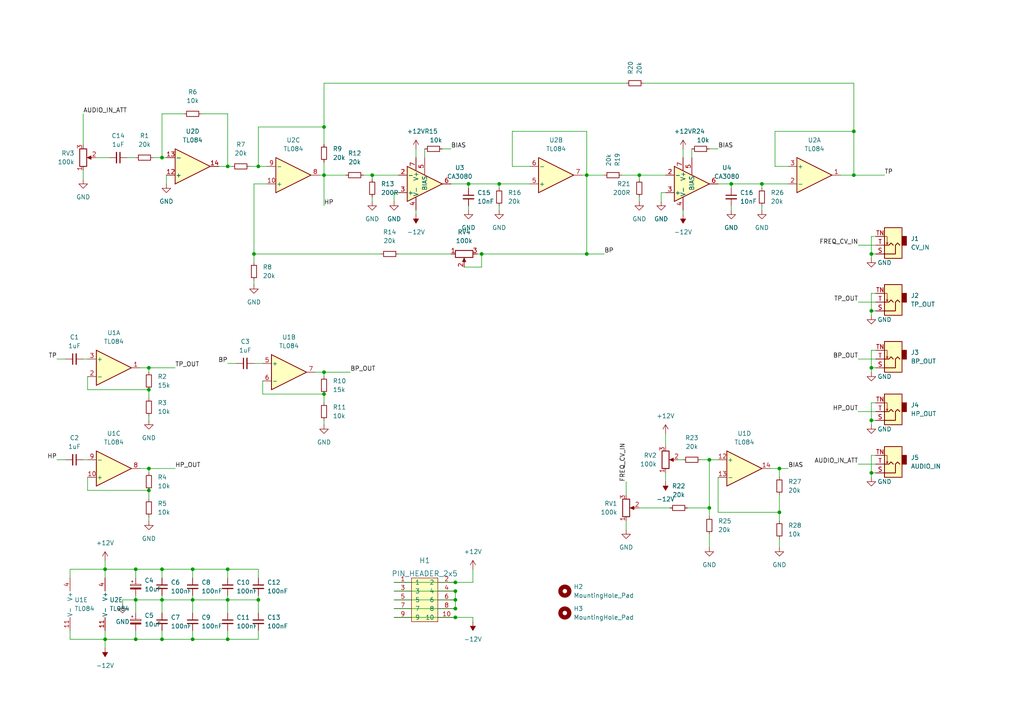
<source format=kicad_sch>
(kicad_sch (version 20211123) (generator eeschema)
  (paper "A4")
  (title_block (title "Voltage Controlled State Variable Filter") (date "2022-05-14") (rev "0.1") (company "Audioschaltungstechnik - BHT Berlin"))
  (lib_symbols
    (symbol "Amplifier_Operational:CA3080" (pin_names (offset 0.127))
      (property "Reference" "U" (at 1.27 3.81 0))
      (property "Value" "CA3080" (at 1.27 -3.81 0))
      (symbol "CA3080_0_1"
        (polyline (pts (xy 5.08 0) (xy -5.08 -5.08) (xy -5.08 5.08) (xy 5.08 0)) (stroke (width 0.254)) (fill (type background)))
      )
      (symbol "CA3080_1_1"
        (pin no_connect line (at -2.54 2.54 270) (length 2.54) hide (name "NC") (number "1"))
        (pin input line (at -7.62 2.54 0) (length 2.54) (name "-") (number "2"))
        (pin input line (at -7.62 -2.54 0) (length 2.54) (name "+") (number "3"))
        (pin power_in line (at -2.54 -7.62 90) (length 3.81) (name "V-") (number "4"))
        (pin passive line (at 0 7.62 270) (length 5.08) (name "BIAS") (number "5"))
        (pin output line (at 7.62 0 180) (length 2.54) (name "~") (number "6"))
        (pin power_in line (at -2.54 7.62 270) (length 3.81) (name "V+") (number "7"))
        (pin no_connect line (at 0 2.54 270) (length 2.54) hide (name "NC") (number "8"))
      )
    )
    (symbol "Amplifier_Operational:TL084" (pin_names (offset 0.127))
      (property "Reference" "U" (at 0 5.08 0))
      (property "Value" "TL084" (at 0 -5.08 0))
      (symbol "TL084_1_1"
        (polyline (pts (xy -5.08 5.08) (xy 5.08 0) (xy -5.08 -5.08) (xy -5.08 5.08)) (stroke (width 0.254)) (fill (type background)))
        (pin output line (at 7.62 0 180) (length 2.54) (name "~") (number "1"))
        (pin input line (at -7.62 -2.54 0) (length 2.54) (name "-") (number "2"))
        (pin input line (at -7.62 2.54 0) (length 2.54) (name "+") (number "3"))
      )
      (symbol "TL084_2_1"
        (polyline (pts (xy -5.08 5.08) (xy 5.08 0) (xy -5.08 -5.08) (xy -5.08 5.08)) (stroke (width 0.254)) (fill (type background)))
        (pin input line (at -7.62 2.54 0) (length 2.54) (name "+") (number "5"))
        (pin input line (at -7.62 -2.54 0) (length 2.54) (name "-") (number "6"))
        (pin output line (at 7.62 0 180) (length 2.54) (name "~") (number "7"))
      )
      (symbol "TL084_3_1"
        (polyline (pts (xy -5.08 5.08) (xy 5.08 0) (xy -5.08 -5.08) (xy -5.08 5.08)) (stroke (width 0.254)) (fill (type background)))
        (pin input line (at -7.62 2.54 0) (length 2.54) (name "+") (number "10"))
        (pin output line (at 7.62 0 180) (length 2.54) (name "~") (number "8"))
        (pin input line (at -7.62 -2.54 0) (length 2.54) (name "-") (number "9"))
      )
      (symbol "TL084_4_1"
        (polyline (pts (xy -5.08 5.08) (xy 5.08 0) (xy -5.08 -5.08) (xy -5.08 5.08)) (stroke (width 0.254)) (fill (type background)))
        (pin input line (at -7.62 2.54 0) (length 2.54) (name "+") (number "12"))
        (pin input line (at -7.62 -2.54 0) (length 2.54) (name "-") (number "13"))
        (pin output line (at 7.62 0 180) (length 2.54) (name "~") (number "14"))
      )
      (symbol "TL084_5_1"
        (pin power_in line (at -2.54 -7.62 90) (length 3.81) (name "V-") (number "11"))
        (pin power_in line (at -2.54 7.62 270) (length 3.81) (name "V+") (number "4"))
      )
    )
    (symbol "Connector:AudioJack2_SwitchT"
      (property "Reference" "J" (at 0 8.89 0))
      (property "Value" "AudioJack2_SwitchT" (at 0 6.35 0))
      (symbol "AudioJack2_SwitchT_0_1"
        (rectangle (start -2.54 0) (end -3.81 -2.54) (stroke (width 0.254)) (fill (type outline)))
        (polyline (pts (xy 1.778 -0.254) (xy 2.032 -0.762)))
        (polyline (pts (xy 0 0) (xy 0.635 -0.635) (xy 1.27 0) (xy 2.54 0)) (stroke (width 0.254)))
        (polyline (pts (xy 2.54 -2.54) (xy 1.778 -2.54) (xy 1.778 -0.254) (xy 1.524 -0.762)))
        (polyline (pts (xy 2.54 2.54) (xy -0.635 2.54) (xy -0.635 0) (xy -1.27 -0.635) (xy -1.905 0)) (stroke (width 0.254)))
        (rectangle (start 2.54 3.81) (end -2.54 -5.08) (stroke (width 0.254)) (fill (type background)))
      )
      (symbol "AudioJack2_SwitchT_1_1"
        (pin passive line (at 5.08 2.54 180) (length 2.54) (name "~") (number "S"))
        (pin passive line (at 5.08 0 180) (length 2.54) (name "~") (number "T"))
        (pin passive line (at 5.08 -2.54 180) (length 2.54) (name "~") (number "TN"))
      )
    )
    (symbol "Device:C_Polarized_Small" (pin_numbers hide) (pin_names (offset 0.254) hide)
      (property "Reference" "C" (at 0.254 1.778 0))
      (property "Value" "C_Polarized_Small" (at 0.254 -2.032 0))
      (symbol "C_Polarized_Small_0_1"
        (rectangle (start -1.524 -0.3048) (end 1.524 -0.6858) (fill (type outline)))
        (rectangle (start -1.524 0.6858) (end 1.524 0.3048))
        (polyline (pts (xy -1.27 1.524) (xy -0.762 1.524)))
        (polyline (pts (xy -1.016 1.27) (xy -1.016 1.778)))
      )
      (symbol "C_Polarized_Small_1_1"
        (pin passive line (at 0 2.54 270) (length 1.8542) (name "~") (number "1"))
        (pin passive line (at 0 -2.54 90) (length 1.8542) (name "~") (number "2"))
      )
    )
    (symbol "Device:C_Small" (pin_numbers hide) (pin_names (offset 0.254) hide)
      (property "Reference" "C" (at 0.254 1.778 0))
      (property "Value" "C_Small" (at 0.254 -2.032 0))
      (symbol "C_Small_0_1"
        (polyline (pts (xy -1.524 -0.508) (xy 1.524 -0.508)) (stroke (width 0.3302)))
        (polyline (pts (xy -1.524 0.508) (xy 1.524 0.508)) (stroke (width 0.3048)))
      )
      (symbol "C_Small_1_1"
        (pin passive line (at 0 2.54 270) (length 2.032) (name "~") (number "1"))
        (pin passive line (at 0 -2.54 90) (length 2.032) (name "~") (number "2"))
      )
    )
    (symbol "Device:R_Potentiometer" (pin_names (offset 1.016) hide)
      (property "Reference" "RV" (at -4.445 0 90))
      (property "Value" "R_Potentiometer" (at -2.54 0 90))
      (symbol "R_Potentiometer_0_1"
        (polyline (pts (xy 2.54 0) (xy 1.524 0)))
        (polyline (pts (xy 1.143 0) (xy 2.286 0.508) (xy 2.286 -0.508) (xy 1.143 0)) (fill (type outline)))
        (rectangle (start 1.016 2.54) (end -1.016 -2.54) (stroke (width 0.254)))
      )
      (symbol "R_Potentiometer_1_1"
        (pin passive line (at 0 3.81 270) (length 1.27) (name "1") (number "1"))
        (pin passive line (at 3.81 0 180) (length 1.27) (name "2") (number "2"))
        (pin passive line (at 0 -3.81 90) (length 1.27) (name "3") (number "3"))
      )
    )
    (symbol "Device:R_Small" (pin_numbers hide) (pin_names (offset 0.254) hide)
      (property "Reference" "R" (at 0.762 0.508 0))
      (property "Value" "R_Small" (at 0.762 -1.016 0))
      (symbol "R_Small_0_1"
        (rectangle (start -0.762 1.778) (end 0.762 -1.778) (stroke (width 0.2032)))
      )
      (symbol "R_Small_1_1"
        (pin passive line (at 0 2.54 270) (length 0.762) (name "~") (number "1"))
        (pin passive line (at 0 -2.54 90) (length 0.762) (name "~") (number "2"))
      )
    )
    (symbol "Mechanical:MountingHole" (pin_names (offset 1.016))
      (property "Reference" "H" (at 0 5.08 0))
      (property "Value" "MountingHole" (at 0 3.175 0))
      (symbol "MountingHole_0_1"
        (circle (center 0 0) (radius 1.27) (stroke (width 1.27)))
      )
    )
    (symbol "eurocad:PIN_HEADER_2x5" (pin_names (offset 1.016))
      (property "Reference" "H" (at 0 -7.62 0))
      (property "Value" "PIN_HEADER_2x5" (at 0 7.62 0))
      (symbol "PIN_HEADER_2x5_0_1"
        (rectangle (start -3.81 6.35) (end 3.81 -6.35) (fill (type background)))
      )
      (symbol "PIN_HEADER_2x5_1_1"
        (pin bidirectional line (at -8.89 5.08 0) (length 5.08) (name "1") (number "1"))
        (pin bidirectional line (at 8.89 -5.08 180) (length 5.08) (name "10") (number "10"))
        (pin bidirectional line (at 8.89 5.08 180) (length 5.08) (name "2") (number "2"))
        (pin bidirectional line (at -8.89 2.54 0) (length 5.08) (name "3") (number "3"))
        (pin bidirectional line (at 8.89 2.54 180) (length 5.08) (name "4") (number "4"))
        (pin bidirectional line (at -8.89 0 0) (length 5.08) (name "5") (number "5"))
        (pin bidirectional line (at 8.89 0 180) (length 5.08) (name "6") (number "6"))
        (pin bidirectional line (at -8.89 -2.54 0) (length 5.08) (name "7") (number "7"))
        (pin bidirectional line (at 8.89 -2.54 180) (length 5.08) (name "8") (number "8"))
        (pin bidirectional line (at -8.89 -5.08 0) (length 5.08) (name "9") (number "9"))
      )
    )
    (symbol "power:+12V" (power) (pin_names (offset 0))
      (property "Value" "+12V" (at 0 3.556 0))
      (symbol "+12V_0_1"
        (polyline (pts (xy -0.762 1.27) (xy 0 2.54)))
        (polyline (pts (xy 0 0) (xy 0 2.54)))
        (polyline (pts (xy 0 2.54) (xy 0.762 1.27)))
      )
      (symbol "+12V_1_1"
        (pin power_in line (at 0 0 90) (length 0) hide (name "+12V") (number "1"))
      )
    )
    (symbol "power:-12V" (power) (pin_names (offset 0))
      (property "Value" "-12V" (at 0 3.81 0))
      (symbol "-12V_0_0"
        (pin power_in line (at 0 0 90) (length 0) hide (name "-12V") (number "1"))
      )
      (symbol "-12V_0_1"
        (polyline (pts (xy 0 0) (xy 0 1.27) (xy 0.762 1.27) (xy 0 2.54) (xy -0.762 1.27) (xy 0 1.27)) (fill (type outline)))
      )
    )
    (symbol "power:GND" (power) (pin_names (offset 0))
      (property "Value" "GND" (at 0 -3.81 0))
      (symbol "GND_0_1"
        (polyline (pts (xy 0 0) (xy 0 -1.27) (xy 1.27 -1.27) (xy 0 -2.54) (xy -1.27 -1.27) (xy 0 -1.27)))
      )
      (symbol "GND_1_1"
        (pin power_in line (at 0 0 270) (length 0) hide (name "GND") (number "1"))
      )
    )
  )
  (junction (at 66.04 185.42))
  (junction (at 144.78 53.34))
  (junction (at 66.04 48.26))
  (junction (at 107.95 50.8))
  (junction (at 93.98 114.3))
  (junction (at 205.74 147.32))
  (junction (at 139.7 73.66))
  (junction (at 39.37 165.1))
  (junction (at 30.48 185.42))
  (junction (at 39.37 173.99))
  (junction (at 46.99 185.42))
  (junction (at 170.18 73.66))
  (junction (at 66.04 173.99))
  (junction (at 252.73 90.17))
  (junction (at 73.66 73.66))
  (junction (at 46.99 165.1))
  (junction (at 30.48 165.1))
  (junction (at 170.18 50.8))
  (junction (at 252.73 121.92))
  (junction (at 132.08 173.99))
  (junction (at 205.74 133.35))
  (junction (at 132.08 179.07))
  (junction (at 55.88 185.42))
  (junction (at 93.98 50.8))
  (junction (at 39.37 185.42))
  (junction (at 55.88 165.1))
  (junction (at 252.73 137.16))
  (junction (at 55.88 173.99))
  (junction (at 132.08 171.45))
  (junction (at 135.89 53.34))
  (junction (at 46.99 45.72))
  (junction (at 226.06 148.59))
  (junction (at 46.99 173.99))
  (junction (at 132.08 168.91))
  (junction (at 43.18 135.89))
  (junction (at 74.93 48.26))
  (junction (at 247.65 38.1))
  (junction (at 252.73 73.66))
  (junction (at 226.06 135.89))
  (junction (at 132.08 176.53))
  (junction (at 93.98 107.95))
  (junction (at 185.42 50.8))
  (junction (at 247.65 50.8))
  (junction (at 43.18 106.68))
  (junction (at 66.04 165.1))
  (junction (at 43.18 142.24))
  (junction (at 220.98 53.34))
  (junction (at 212.09 53.34))
  (junction (at 252.73 106.68))
  (junction (at 43.18 113.03))
  (junction (at 93.98 36.83))
  (junction (at 74.93 173.99))
  (wire (pts (xy 63.5 48.26) (xy 66.04 48.26)))
  (wire (pts (xy 27.94 45.72) (xy 31.75 45.72)))
  (wire (pts (xy 92.71 50.8) (xy 93.98 50.8)))
  (wire (pts (xy 114.3 55.88) (xy 114.3 58.42)))
  (wire (pts (xy 247.65 38.1) (xy 247.65 24.13)))
  (wire (pts (xy 66.04 173.99) (xy 74.93 173.99)))
  (wire (pts (xy 181.61 24.13) (xy 93.98 24.13)))
  (wire (pts (xy 74.93 172.72) (xy 74.93 173.99)))
  (wire (pts (xy 30.48 185.42) (xy 30.48 187.96)))
  (wire (pts (xy 93.98 46.99) (xy 93.98 50.8)))
  (wire (pts (xy 73.66 105.41) (xy 76.2 105.41)))
  (wire (pts (xy 212.09 59.69) (xy 212.09 60.96)))
  (wire (pts (xy 205.74 133.35) (xy 208.28 133.35)))
  (wire (pts (xy 185.42 50.8) (xy 185.42 52.07)))
  (wire (pts (xy 30.48 165.1) (xy 20.32 165.1)))
  (wire (pts (xy 252.73 137.16) (xy 254 137.16)))
  (wire (pts (xy 55.88 185.42) (xy 55.88 182.88)))
  (wire (pts (xy 254 116.84) (xy 252.73 116.84)))
  (wire (pts (xy 226.06 156.21) (xy 226.06 158.75)))
  (wire (pts (xy 199.39 147.32) (xy 205.74 147.32)))
  (wire (pts (xy 220.98 53.34) (xy 228.6 53.34)))
  (wire (pts (xy 226.06 143.51) (xy 226.06 148.59)))
  (wire (pts (xy 93.98 50.8) (xy 93.98 59.69)))
  (wire (pts (xy 114.3 176.53) (xy 132.08 176.53)))
  (wire (pts (xy 93.98 41.91) (xy 93.98 36.83)))
  (wire (pts (xy 58.42 33.02) (xy 66.04 33.02)))
  (wire (pts (xy 170.18 73.66) (xy 170.18 50.8)))
  (wire (pts (xy 170.18 73.66) (xy 175.26 73.66)))
  (wire (pts (xy 66.04 165.1) (xy 66.04 167.64)))
  (wire (pts (xy 196.85 133.35) (xy 198.12 133.35)))
  (wire (pts (xy 144.78 59.69) (xy 144.78 60.96)))
  (wire (pts (xy 252.73 90.17) (xy 252.73 91.44)))
  (wire (pts (xy 55.88 173.99) (xy 55.88 177.8)))
  (wire (pts (xy 93.98 114.3) (xy 93.98 116.84)))
  (wire (pts (xy 39.37 185.42) (xy 39.37 182.88)))
  (wire (pts (xy 44.45 45.72) (xy 46.99 45.72)))
  (wire (pts (xy 185.42 50.8) (xy 193.04 50.8)))
  (wire (pts (xy 205.74 154.94) (xy 205.74 158.75)))
  (wire (pts (xy 252.73 90.17) (xy 254 90.17)))
  (wire (pts (xy 203.2 133.35) (xy 205.74 133.35)))
  (wire (pts (xy 120.65 43.18) (xy 120.65 45.72)))
  (wire (pts (xy 66.04 48.26) (xy 67.31 48.26)))
  (wire (pts (xy 48.26 50.8) (xy 48.26 53.34)))
  (wire (pts (xy 53.34 33.02) (xy 46.99 33.02)))
  (wire (pts (xy 135.89 53.34) (xy 135.89 54.61)))
  (wire (pts (xy 30.48 167.64) (xy 30.48 165.1)))
  (wire (pts (xy 93.98 36.83) (xy 74.93 36.83)))
  (wire (pts (xy 55.88 185.42) (xy 66.04 185.42)))
  (wire (pts (xy 93.98 24.13) (xy 93.98 36.83)))
  (wire (pts (xy 107.95 57.15) (xy 107.95 58.42)))
  (wire (pts (xy 247.65 38.1) (xy 247.65 50.8)))
  (wire (pts (xy 66.04 173.99) (xy 66.04 177.8)))
  (wire (pts (xy 137.16 165.1) (xy 137.16 168.91)))
  (wire (pts (xy 39.37 172.72) (xy 39.37 173.99)))
  (wire (pts (xy 39.37 173.99) (xy 46.99 173.99)))
  (wire (pts (xy 224.79 38.1) (xy 247.65 38.1)))
  (wire (pts (xy 208.28 148.59) (xy 208.28 138.43)))
  (wire (pts (xy 66.04 185.42) (xy 74.93 185.42)))
  (wire (pts (xy 185.42 57.15) (xy 185.42 58.42)))
  (wire (pts (xy 247.65 50.8) (xy 243.84 50.8)))
  (wire (pts (xy 254 119.38) (xy 248.92 119.38)))
  (wire (pts (xy 153.67 48.26) (xy 148.59 48.26)))
  (wire (pts (xy 252.73 121.92) (xy 252.73 123.19)))
  (wire (pts (xy 252.73 106.68) (xy 252.73 107.95)))
  (wire (pts (xy 254 68.58) (xy 252.73 68.58)))
  (wire (pts (xy 181.61 151.13) (xy 181.61 153.67)))
  (wire (pts (xy 43.18 106.68) (xy 50.8 106.68)))
  (wire (pts (xy 74.93 173.99) (xy 74.93 177.8)))
  (wire (pts (xy 93.98 121.92) (xy 93.98 123.19)))
  (wire (pts (xy 24.13 49.53) (xy 24.13 52.07)))
  (wire (pts (xy 226.06 135.89) (xy 226.06 138.43)))
  (wire (pts (xy 46.99 45.72) (xy 48.26 45.72)))
  (wire (pts (xy 170.18 50.8) (xy 168.91 50.8)))
  (wire (pts (xy 252.73 85.09) (xy 252.73 90.17)))
  (wire (pts (xy 205.74 43.18) (xy 208.28 43.18)))
  (wire (pts (xy 46.99 185.42) (xy 55.88 185.42)))
  (wire (pts (xy 254 87.63) (xy 248.92 87.63)))
  (wire (pts (xy 72.39 48.26) (xy 74.93 48.26)))
  (wire (pts (xy 93.98 107.95) (xy 93.98 109.22)))
  (wire (pts (xy 77.47 53.34) (xy 73.66 53.34)))
  (wire (pts (xy 74.93 36.83) (xy 74.93 48.26)))
  (wire (pts (xy 226.06 148.59) (xy 226.06 151.13)))
  (wire (pts (xy 208.28 53.34) (xy 212.09 53.34)))
  (wire (pts (xy 254 101.6) (xy 252.73 101.6)))
  (wire (pts (xy 144.78 53.34) (xy 153.67 53.34)))
  (wire (pts (xy 30.48 165.1) (xy 39.37 165.1)))
  (wire (pts (xy 193.04 55.88) (xy 191.77 55.88)))
  (wire (pts (xy 212.09 53.34) (xy 220.98 53.34)))
  (wire (pts (xy 139.7 77.47) (xy 139.7 73.66)))
  (wire (pts (xy 73.66 73.66) (xy 110.49 73.66)))
  (wire (pts (xy 46.99 165.1) (xy 46.99 167.64)))
  (wire (pts (xy 226.06 135.89) (xy 228.6 135.89)))
  (wire (pts (xy 30.48 182.88) (xy 30.48 185.42)))
  (wire (pts (xy 46.99 172.72) (xy 46.99 173.99)))
  (wire (pts (xy 254 132.08) (xy 252.73 132.08)))
  (wire (pts (xy 39.37 165.1) (xy 39.37 167.64)))
  (wire (pts (xy 114.3 173.99) (xy 132.08 173.99)))
  (wire (pts (xy 252.73 101.6) (xy 252.73 106.68)))
  (wire (pts (xy 228.6 48.26) (xy 224.79 48.26)))
  (wire (pts (xy 193.04 125.73) (xy 193.04 129.54)))
  (wire (pts (xy 20.32 185.42) (xy 30.48 185.42)))
  (wire (pts (xy 39.37 185.42) (xy 46.99 185.42)))
  (wire (pts (xy 252.73 73.66) (xy 252.73 74.93)))
  (wire (pts (xy 66.04 165.1) (xy 74.93 165.1)))
  (wire (pts (xy 55.88 165.1) (xy 66.04 165.1)))
  (wire (pts (xy 135.89 59.69) (xy 135.89 60.96)))
  (wire (pts (xy 170.18 38.1) (xy 170.18 50.8)))
  (wire (pts (xy 74.93 165.1) (xy 74.93 167.64)))
  (wire (pts (xy 20.32 182.88) (xy 20.32 185.42)))
  (wire (pts (xy 73.66 53.34) (xy 73.66 73.66)))
  (wire (pts (xy 73.66 81.28) (xy 73.66 82.55)))
  (wire (pts (xy 55.88 173.99) (xy 66.04 173.99)))
  (wire (pts (xy 91.44 107.95) (xy 93.98 107.95)))
  (wire (pts (xy 205.74 147.32) (xy 205.74 133.35)))
  (wire (pts (xy 132.08 173.99) (xy 132.08 176.53)))
  (wire (pts (xy 39.37 173.99) (xy 39.37 177.8)))
  (wire (pts (xy 132.08 168.91) (xy 137.16 168.91)))
  (wire (pts (xy 132.08 179.07) (xy 137.16 179.07)))
  (wire (pts (xy 254 85.09) (xy 252.73 85.09)))
  (wire (pts (xy 36.83 45.72) (xy 39.37 45.72)))
  (wire (pts (xy 138.43 73.66) (xy 139.7 73.66)))
  (wire (pts (xy 252.73 116.84) (xy 252.73 121.92)))
  (wire (pts (xy 16.51 104.14) (xy 19.05 104.14)))
  (wire (pts (xy 252.73 137.16) (xy 252.73 138.43)))
  (wire (pts (xy 35.56 173.99) (xy 39.37 173.99)))
  (wire (pts (xy 134.62 77.47) (xy 139.7 77.47)))
  (wire (pts (xy 107.95 50.8) (xy 115.57 50.8)))
  (wire (pts (xy 24.13 104.14) (xy 25.4 104.14)))
  (wire (pts (xy 135.89 53.34) (xy 144.78 53.34)))
  (wire (pts (xy 254 134.62) (xy 248.92 134.62)))
  (wire (pts (xy 43.18 149.86) (xy 43.18 151.13)))
  (wire (pts (xy 198.12 43.18) (xy 198.12 45.72)))
  (wire (pts (xy 76.2 110.49) (xy 76.2 114.3)))
  (wire (pts (xy 252.73 73.66) (xy 254 73.66)))
  (wire (pts (xy 43.18 120.65) (xy 43.18 121.92)))
  (wire (pts (xy 105.41 50.8) (xy 107.95 50.8)))
  (wire (pts (xy 66.04 172.72) (xy 66.04 173.99)))
  (wire (pts (xy 212.09 53.34) (xy 212.09 54.61)))
  (wire (pts (xy 74.93 48.26) (xy 77.47 48.26)))
  (wire (pts (xy 93.98 50.8) (xy 100.33 50.8)))
  (wire (pts (xy 198.12 60.96) (xy 198.12 62.23)))
  (wire (pts (xy 66.04 105.41) (xy 68.58 105.41)))
  (wire (pts (xy 247.65 24.13) (xy 186.69 24.13)))
  (wire (pts (xy 25.4 142.24) (xy 43.18 142.24)))
  (wire (pts (xy 25.4 113.03) (xy 43.18 113.03)))
  (wire (pts (xy 220.98 59.69) (xy 220.98 60.96)))
  (wire (pts (xy 226.06 148.59) (xy 208.28 148.59)))
  (wire (pts (xy 114.3 179.07) (xy 132.08 179.07)))
  (wire (pts (xy 46.99 185.42) (xy 46.99 182.88)))
  (wire (pts (xy 16.51 133.35) (xy 19.05 133.35)))
  (wire (pts (xy 120.65 60.96) (xy 120.65 62.23)))
  (wire (pts (xy 115.57 73.66) (xy 130.81 73.66)))
  (wire (pts (xy 24.13 33.02) (xy 24.13 41.91)))
  (wire (pts (xy 46.99 165.1) (xy 55.88 165.1)))
  (wire (pts (xy 46.99 173.99) (xy 55.88 173.99)))
  (wire (pts (xy 43.18 106.68) (xy 43.18 107.95)))
  (wire (pts (xy 30.48 185.42) (xy 39.37 185.42)))
  (wire (pts (xy 205.74 147.32) (xy 205.74 149.86)))
  (wire (pts (xy 115.57 55.88) (xy 114.3 55.88)))
  (wire (pts (xy 43.18 142.24) (xy 43.18 144.78)))
  (wire (pts (xy 55.88 172.72) (xy 55.88 173.99)))
  (wire (pts (xy 46.99 173.99) (xy 46.99 177.8)))
  (wire (pts (xy 40.64 106.68) (xy 43.18 106.68)))
  (wire (pts (xy 139.7 73.66) (xy 170.18 73.66)))
  (wire (pts (xy 123.19 43.18) (xy 123.19 45.72)))
  (wire (pts (xy 220.98 53.34) (xy 220.98 54.61)))
  (wire (pts (xy 43.18 113.03) (xy 43.18 115.57)))
  (wire (pts (xy 73.66 73.66) (xy 73.66 76.2)))
  (wire (pts (xy 252.73 68.58) (xy 252.73 73.66)))
  (wire (pts (xy 130.81 53.34) (xy 135.89 53.34)))
  (wire (pts (xy 39.37 165.1) (xy 46.99 165.1)))
  (wire (pts (xy 76.2 114.3) (xy 93.98 114.3)))
  (wire (pts (xy 128.27 43.18) (xy 130.81 43.18)))
  (wire (pts (xy 35.56 175.26) (xy 35.56 173.99)))
  (wire (pts (xy 66.04 185.42) (xy 66.04 182.88)))
  (wire (pts (xy 137.16 180.34) (xy 137.16 179.07)))
  (wire (pts (xy 43.18 135.89) (xy 50.8 135.89)))
  (wire (pts (xy 252.73 106.68) (xy 254 106.68)))
  (wire (pts (xy 224.79 48.26) (xy 224.79 38.1)))
  (wire (pts (xy 114.3 168.91) (xy 132.08 168.91)))
  (wire (pts (xy 180.34 50.8) (xy 185.42 50.8)))
  (wire (pts (xy 46.99 33.02) (xy 46.99 45.72)))
  (wire (pts (xy 25.4 109.22) (xy 25.4 113.03)))
  (wire (pts (xy 252.73 121.92) (xy 254 121.92)))
  (wire (pts (xy 185.42 147.32) (xy 194.31 147.32)))
  (wire (pts (xy 40.64 135.89) (xy 43.18 135.89)))
  (wire (pts (xy 254 71.12) (xy 248.92 71.12)))
  (wire (pts (xy 181.61 139.7) (xy 181.61 143.51)))
  (wire (pts (xy 66.04 33.02) (xy 66.04 48.26)))
  (wire (pts (xy 148.59 48.26) (xy 148.59 38.1)))
  (wire (pts (xy 191.77 55.88) (xy 191.77 58.42)))
  (wire (pts (xy 200.66 43.18) (xy 200.66 45.72)))
  (wire (pts (xy 132.08 171.45) (xy 132.08 173.99)))
  (wire (pts (xy 43.18 135.89) (xy 43.18 137.16)))
  (wire (pts (xy 55.88 165.1) (xy 55.88 167.64)))
  (wire (pts (xy 148.59 38.1) (xy 170.18 38.1)))
  (wire (pts (xy 107.95 50.8) (xy 107.95 52.07)))
  (wire (pts (xy 93.98 107.95) (xy 101.6 107.95)))
  (wire (pts (xy 252.73 132.08) (xy 252.73 137.16)))
  (wire (pts (xy 74.93 185.42) (xy 74.93 182.88)))
  (wire (pts (xy 25.4 138.43) (xy 25.4 142.24)))
  (wire (pts (xy 170.18 50.8) (xy 175.26 50.8)))
  (wire (pts (xy 223.52 135.89) (xy 226.06 135.89)))
  (wire (pts (xy 30.48 162.56) (xy 30.48 165.1)))
  (wire (pts (xy 193.04 137.16) (xy 193.04 139.7)))
  (wire (pts (xy 144.78 53.34) (xy 144.78 54.61)))
  (wire (pts (xy 254 104.14) (xy 248.92 104.14)))
  (wire (pts (xy 24.13 133.35) (xy 25.4 133.35)))
  (wire (pts (xy 247.65 50.8) (xy 256.54 50.8)))
  (wire (pts (xy 20.32 165.1) (xy 20.32 167.64)))
  (wire (pts (xy 114.3 171.45) (xy 132.08 171.45)))
  (label "BIAS" (at 228.6 135.89 0))
  (label "BIAS" (at 130.81 43.18 0))
  (label "BP_OUT" (at 248.92 104.14 180))
  (label "TP" (at 16.51 104.14 180))
  (label "TP" (at 256.54 50.8 0))
  (label "HP" (at 16.51 133.35 180))
  (label "FREQ_CV_IN" (at 181.61 139.7 90))
  (label "BP_OUT" (at 101.6 107.95 0))
  (label "AUDIO_IN_ATT" (at 24.13 33.02 0))
  (label "BIAS" (at 208.28 43.18 0))
  (label "BP" (at 175.26 73.66 0))
  (label "HP_OUT" (at 50.8 135.89 0))
  (label "FREQ_CV_IN" (at 248.92 71.12 180))
  (label "HP" (at 93.98 59.69 0))
  (label "AUDIO_IN_ATT" (at 248.92 134.62 180))
  (label "TP_OUT" (at 50.8 106.68 0))
  (label "TP_OUT" (at 248.92 87.63 180))
  (label "HP_OUT" (at 248.92 119.38 180))
  (label "BP" (at 66.04 105.41 180))
  (symbol (lib_id "power:GND") (at 114.3 58.42 0) (unit 1)
    (property "Reference" "#PWR010" (effects hide))
    (property "Value" "GND" (at 114.3 63.5 0))
  )
  (symbol (lib_id "Device:C_Small") (at 71.12 105.41 90) (unit 1)
    (property "Reference" "C3" (at 71.1263 99.06 90))
    (property "Value" "1uF" (at 71.1263 101.6 90))
    (property "Footprint" "Capacitor_THT:C_Rect_L7.2mm_W4.5mm_P5.00mm_FKS2_FKP2_MKS2_MKP2" (effects hide))
  )
  (symbol (lib_id "Device:R_Potentiometer") (at 134.62 73.66 90) (mirror x) (unit 1)
    (property "Reference" "RV4" (at 134.62 67.31 90))
    (property "Value" "100k" (at 134.62 69.85 90))
    (property "Footprint" "Potentiometer_THT:Potentiometer_Alpha_RD901F-40-00D_Single_Vertical_CircularHoles" (effects hide))
  )
  (symbol (lib_id "power:GND") (at 93.98 123.19 0) (unit 1)
    (property "Reference" "#PWR08" (effects hide))
    (property "Value" "GND" (at 93.98 128.27 0))
  )
  (symbol (lib_id "power:-12V") (at 120.65 62.23 180) (unit 1)
    (property "Reference" "#PWR012" (effects hide))
    (property "Value" "-12V" (at 120.65 67.31 0))
  )
  (symbol (lib_id "Mechanical:MountingHole") (at 163.83 171.45 0) (unit 1)
    (property "Reference" "H2" (at 166.37 170.1799 0) (effects (justify left)))
    (property "Value" "MountingHole_Pad" (at 166.37 172.7199 0) (effects (justify left)))
    (property "Footprint" "MountingHole:MountingHole_3.2mm_M3_DIN965" (effects hide))
  )
  (symbol (lib_id "Device:R_Small") (at 43.18 118.11 0) (unit 1)
    (property "Reference" "R3" (at 45.72 116.8399 0) (effects (justify left)))
    (property "Value" "10k" (at 45.72 119.3799 0) (effects (justify left)))
    (property "Footprint" "Resistor_THT:R_Axial_DIN0207_L6.3mm_D2.5mm_P10.16mm_Horizontal" (effects hide))
  )
  (symbol (lib_id "power:+12V") (at 137.16 165.1 0) (unit 1)
    (property "Reference" "#PWR0102" (effects hide))
    (property "Value" "+12V" (at 137.16 160.02 0))
  )
  (symbol (lib_id "power:GND") (at 107.95 58.42 0) (unit 1)
    (property "Reference" "#PWR09" (effects hide))
    (property "Value" "GND" (at 107.95 63.5 0))
  )
  (symbol (lib_id "power:GND") (at 135.89 60.96 0) (unit 1)
    (property "Reference" "#PWR013" (effects hide))
    (property "Value" "GND" (at 135.89 66.04 0))
  )
  (symbol (lib_id "Device:C_Small") (at 74.93 180.34 0) (unit 1)
    (property "Reference" "C13" (at 77.47 179.0762 0) (effects (justify left)))
    (property "Value" "100nF" (at 77.47 181.6162 0) (effects (justify left)))
    (property "Footprint" "Capacitor_THT:C_Rect_L7.2mm_W3.0mm_P5.00mm_FKS2_FKP2_MKS2_MKP2" (effects hide))
  )
  (symbol (lib_id "Amplifier_Operational:CA3080") (at 123.19 53.34 0) (unit 1)
    (property "Reference" "U3" (at 133.35 48.641 0))
    (property "Value" "CA3080" (at 133.35 51.181 0))
    (property "Footprint" "Package_DIP:DIP-8_W7.62mm_Socket" (effects hide))
    (property "Datasheet" "http://www.intersil.com/content/dam/Intersil/documents/ca30/ca3080-a.pdf" (effects hide))
  )
  (symbol (lib_id "Device:R_Small") (at 144.78 57.15 180) (unit 1)
    (property "Reference" "R16" (at 147.32 55.8799 0) (effects (justify right)))
    (property "Value" "20k" (at 147.32 58.4199 0) (effects (justify right)))
    (property "Footprint" "Resistor_THT:R_Axial_DIN0207_L6.3mm_D2.5mm_P10.16mm_Horizontal" (effects hide))
  )
  (symbol (lib_id "Device:C_Small") (at 135.89 57.15 0) (unit 1)
    (property "Reference" "C15" (at 138.43 55.8862 0) (effects (justify left)))
    (property "Value" "10nF" (at 138.43 58.4262 0) (effects (justify left)))
    (property "Footprint" "Capacitor_THT:C_Rect_L7.2mm_W3.0mm_P5.00mm_FKS2_FKP2_MKS2_MKP2" (effects hide))
  )
  (symbol (lib_id "power:GND") (at 205.74 158.75 0) (unit 1)
    (property "Reference" "#PWR023" (effects hide))
    (property "Value" "GND" (at 205.74 163.83 0))
  )
  (symbol (lib_id "Device:C_Small") (at 66.04 180.34 0) (unit 1)
    (property "Reference" "C11" (at 68.58 179.0762 0) (effects (justify left)))
    (property "Value" "100nF" (at 68.58 181.6162 0) (effects (justify left)))
    (property "Footprint" "Capacitor_THT:C_Rect_L7.2mm_W3.0mm_P5.00mm_FKS2_FKP2_MKS2_MKP2" (effects hide))
  )
  (symbol (lib_id "Device:R_Potentiometer") (at 24.13 45.72 0) (mirror x) (unit 1)
    (property "Reference" "RV3" (at 21.59 44.4499 0) (effects (justify right)))
    (property "Value" "100k" (at 21.59 46.9899 0) (effects (justify right)))
    (property "Footprint" "Potentiometer_THT:Potentiometer_Alpha_RD901F-40-00D_Single_Vertical_CircularHoles" (effects hide))
  )
  (symbol (lib_id "Amplifier_Operational:TL084") (at 85.09 50.8 0) (mirror x) (unit 3)
    (property "Reference" "U2" (at 85.09 40.64 0))
    (property "Value" "TL084" (at 85.09 43.18 0))
    (property "Footprint" "Package_DIP:DIP-14_W7.62mm_Socket" (effects hide))
    (property "Datasheet" "http://www.ti.com/lit/ds/symlink/tl081.pdf" (effects hide))
  )
  (symbol (lib_id "Device:R_Small") (at 226.06 140.97 0) (unit 1)
    (property "Reference" "R27" (at 228.6 139.6999 0) (effects (justify left)))
    (property "Value" "20k" (at 228.6 142.2399 0) (effects (justify left)))
    (property "Footprint" "Resistor_THT:R_Axial_DIN0207_L6.3mm_D2.5mm_P10.16mm_Horizontal" (effects hide))
  )
  (symbol (lib_id "Connector:AudioJack2_SwitchT") (at 259.08 87.63 180) (unit 1)
    (property "Reference" "J2" (at 264.16 85.7249 0) (effects (justify right)))
    (property "Value" "TP_OUT" (at 264.16 88.2649 0) (effects (justify right)))
    (property "Footprint" "Connector_Audio:Jack_3.5mm_QingPu_WQP-PJ398SM_Vertical_CircularHoles" (effects hide))
  )
  (symbol (lib_id "Device:R_Small") (at 203.2 43.18 270) (unit 1)
    (property "Reference" "R24" (at 204.47 38.1 90) (effects (justify right)))
    (property "Value" "10k" (at 205.74 40.64 90) (effects (justify right)))
    (property "Footprint" "Resistor_THT:R_Axial_DIN0207_L6.3mm_D2.5mm_P10.16mm_Horizontal" (effects hide))
  )
  (symbol (lib_id "Device:C_Polarized_Small") (at 39.37 170.18 0) (unit 1)
    (property "Reference" "C4" (at 41.91 168.3638 0) (effects (justify left)))
    (property "Value" "10uF" (at 41.91 170.9038 0) (effects (justify left)))
    (property "Footprint" "Capacitor_THT:CP_Radial_D6.3mm_P2.50mm" (effects hide))
  )
  (symbol (lib_id "power:GND") (at 24.13 52.07 0) (unit 1)
    (property "Reference" "#PWR0105" (effects hide))
    (property "Value" "GND" (at 24.13 57.15 0))
  )
  (symbol (lib_id "Device:R_Small") (at 107.95 54.61 180) (unit 1)
    (property "Reference" "R13" (at 110.49 53.3399 0) (effects (justify right)))
    (property "Value" "200R" (at 110.49 55.8799 0) (effects (justify right)))
    (property "Footprint" "Resistor_THT:R_Axial_DIN0207_L6.3mm_D2.5mm_P10.16mm_Horizontal" (effects hide))
  )
  (symbol (lib_id "power:GND") (at 252.73 74.93 0) (mirror y) (unit 1)
    (property "Reference" "#PWR027" (effects hide))
    (property "Value" "GND" (at 256.54 76.2 0))
  )
  (symbol (lib_id "Device:R_Small") (at 220.98 57.15 180) (unit 1)
    (property "Reference" "R26" (at 223.52 55.8799 0) (effects (justify right)))
    (property "Value" "20k" (at 223.52 58.4199 0) (effects (justify right)))
    (property "Footprint" "Resistor_THT:R_Axial_DIN0207_L6.3mm_D2.5mm_P10.16mm_Horizontal" (effects hide))
  )
  (symbol (lib_id "Device:R_Small") (at 200.66 133.35 270) (unit 1)
    (property "Reference" "R23" (at 200.66 127 90))
    (property "Value" "20k" (at 200.66 129.54 90))
    (property "Footprint" "Resistor_THT:R_Axial_DIN0207_L6.3mm_D2.5mm_P10.16mm_Horizontal" (effects hide))
  )
  (symbol (lib_id "power:-12V") (at 30.48 187.96 180) (unit 1)
    (property "Reference" "#PWR02" (effects hide))
    (property "Value" "-12V" (at 30.48 193.04 0))
  )
  (symbol (lib_id "Amplifier_Operational:TL084") (at 33.02 106.68 0) (unit 1)
    (property "Reference" "U1" (at 33.02 96.52 0))
    (property "Value" "TL084" (at 33.02 99.06 0))
    (property "Footprint" "Package_DIP:DIP-14_W7.62mm_Socket" (effects hide))
    (property "Datasheet" "http://www.ti.com/lit/ds/symlink/tl081.pdf" (effects hide))
  )
  (symbol (lib_id "power:GND") (at 144.78 60.96 0) (unit 1)
    (property "Reference" "#PWR014" (effects hide))
    (property "Value" "GND" (at 144.78 66.04 0))
  )
  (symbol (lib_id "Amplifier_Operational:TL084") (at 83.82 107.95 0) (unit 2)
    (property "Reference" "U1" (at 83.82 97.79 0))
    (property "Value" "TL084" (at 83.82 100.33 0))
    (property "Footprint" "Package_DIP:DIP-14_W7.62mm_Socket" (effects hide))
    (property "Datasheet" "http://www.ti.com/lit/ds/symlink/tl081.pdf" (effects hide))
  )
  (symbol (lib_id "Amplifier_Operational:TL084") (at 33.02 135.89 0) (mirror x) (unit 3)
    (property "Reference" "U1" (at 33.02 125.73 0))
    (property "Value" "TL084" (at 33.02 128.27 0))
    (property "Footprint" "Package_DIP:DIP-14_W7.62mm_Socket" (effects hide))
    (property "Datasheet" "http://www.ti.com/lit/ds/symlink/tl081.pdf" (effects hide))
  )
  (symbol (lib_id "Device:C_Small") (at 46.99 180.34 0) (unit 1)
    (property "Reference" "C7" (at 49.53 179.0762 0) (effects (justify left)))
    (property "Value" "100nF" (at 49.53 181.6162 0) (effects (justify left)))
    (property "Footprint" "Capacitor_THT:C_Rect_L7.2mm_W3.0mm_P5.00mm_FKS2_FKP2_MKS2_MKP2" (effects hide))
  )
  (symbol (lib_id "power:GND") (at 252.73 138.43 0) (mirror y) (unit 1)
    (property "Reference" "#PWR0104" (effects hide))
    (property "Value" "GND" (at 256.54 139.7 0))
  )
  (symbol (lib_id "power:GND") (at 226.06 158.75 0) (unit 1)
    (property "Reference" "#PWR026" (effects hide))
    (property "Value" "GND" (at 226.06 163.83 0))
  )
  (symbol (lib_id "Amplifier_Operational:TL084") (at 161.29 50.8 0) (mirror x) (unit 2)
    (property "Reference" "U2" (at 161.29 40.64 0))
    (property "Value" "TL084" (at 161.29 43.18 0))
    (property "Footprint" "Package_DIP:DIP-14_W7.62mm_Socket" (effects hide))
    (property "Datasheet" "http://www.ti.com/lit/ds/symlink/tl081.pdf" (effects hide))
  )
  (symbol (lib_id "power:GND") (at 73.66 82.55 0) (unit 1)
    (property "Reference" "#PWR07" (effects hide))
    (property "Value" "GND" (at 73.66 87.63 0))
  )
  (symbol (lib_id "Device:R_Small") (at 113.03 73.66 90) (mirror x) (unit 1)
    (property "Reference" "R14" (at 113.03 67.31 90))
    (property "Value" "20k" (at 113.03 69.85 90))
    (property "Footprint" "Resistor_THT:R_Axial_DIN0207_L6.3mm_D2.5mm_P10.16mm_Horizontal" (effects hide))
  )
  (symbol (lib_id "Device:R_Small") (at 41.91 45.72 90) (mirror x) (unit 1)
    (property "Reference" "R1" (at 41.91 39.37 90))
    (property "Value" "20k" (at 41.91 41.91 90))
    (property "Footprint" "Resistor_THT:R_Axial_DIN0207_L6.3mm_D2.5mm_P10.16mm_Horizontal" (effects hide))
  )
  (symbol (lib_id "power:GND") (at 35.56 175.26 0) (unit 1)
    (property "Reference" "#PWR03" (effects hide))
    (property "Value" "GND" (at 35.56 180.34 0))
  )
  (symbol (lib_id "power:GND") (at 185.42 58.42 0) (unit 1)
    (property "Reference" "#PWR017" (effects hide))
    (property "Value" "GND" (at 185.42 63.5 0))
  )
  (symbol (lib_id "Device:R_Small") (at 43.18 147.32 0) (unit 1)
    (property "Reference" "R5" (at 45.72 146.0499 0) (effects (justify left)))
    (property "Value" "10k" (at 45.72 148.5899 0) (effects (justify left)))
    (property "Footprint" "Resistor_THT:R_Axial_DIN0207_L6.3mm_D2.5mm_P10.16mm_Horizontal" (effects hide))
  )
  (symbol (lib_id "Amplifier_Operational:TL084") (at 33.02 175.26 0) (unit 5)
    (property "Reference" "U2" (at 31.75 173.9899 0) (effects (justify left)))
    (property "Value" "TL084" (at 31.75 176.5299 0) (effects (justify left)))
    (property "Footprint" "Package_DIP:DIP-14_W7.62mm_Socket" (effects hide))
    (property "Datasheet" "http://www.ti.com/lit/ds/symlink/tl081.pdf" (effects hide))
  )
  (symbol (lib_id "power:+12V") (at 120.65 43.18 0) (unit 1)
    (property "Reference" "#PWR011" (effects hide))
    (property "Value" "+12V" (at 120.65 38.1 0))
  )
  (symbol (lib_id "power:GND") (at 252.73 123.19 0) (mirror y) (unit 1)
    (property "Reference" "#PWR030" (effects hide))
    (property "Value" "GND" (at 256.54 124.46 0))
  )
  (symbol (lib_id "power:GND") (at 212.09 60.96 0) (unit 1)
    (property "Reference" "#PWR024" (effects hide))
    (property "Value" "GND" (at 212.09 66.04 0))
  )
  (symbol (lib_id "power:GND") (at 48.26 53.34 0) (unit 1)
    (property "Reference" "#PWR06" (effects hide))
    (property "Value" "GND" (at 48.26 58.42 0))
  )
  (symbol (lib_id "Mechanical:MountingHole") (at 163.83 177.8 0) (unit 1)
    (property "Reference" "H3" (at 166.37 176.5299 0) (effects (justify left)))
    (property "Value" "MountingHole_Pad" (at 166.37 179.0699 0) (effects (justify left)))
    (property "Footprint" "MountingHole:MountingHole_3.2mm_M3_DIN965" (effects hide))
  )
  (symbol (lib_id "Amplifier_Operational:TL084") (at 236.22 50.8 0) (unit 1)
    (property "Reference" "U2" (at 236.22 40.64 0))
    (property "Value" "TL084" (at 236.22 43.18 0))
    (property "Footprint" "Package_DIP:DIP-14_W7.62mm_Socket" (effects hide))
    (property "Datasheet" "http://www.ti.com/lit/ds/symlink/tl081.pdf" (effects hide))
  )
  (symbol (lib_id "eurocad:PIN_HEADER_2x5") (at 123.19 173.99 0) (unit 1)
    (property "Reference" "H1" (at 123.19 162.56 0) (effects (font (size 1.524 1.524))))
    (property "Value" "PIN_HEADER_2x5" (at 123.19 166.37 0) (effects (font (size 1.524 1.524))))
    (property "Footprint" "Connector_PinHeader_2.54mm:PinHeader_2x05_P2.54mm_Vertical" (effects hide))
  )
  (symbol (lib_id "Device:R_Small") (at 196.85 147.32 270) (unit 1)
    (property "Reference" "R22" (at 196.85 140.97 90))
    (property "Value" "20k" (at 196.85 143.51 90))
    (property "Footprint" "Resistor_THT:R_Axial_DIN0207_L6.3mm_D2.5mm_P10.16mm_Horizontal" (effects hide))
  )
  (symbol (lib_id "power:GND") (at 181.61 153.67 0) (unit 1)
    (property "Reference" "#PWR016" (effects hide))
    (property "Value" "GND" (at 181.61 158.75 0))
  )
  (symbol (lib_id "Device:R_Small") (at 43.18 110.49 0) (unit 1)
    (property "Reference" "R2" (at 45.72 109.2199 0) (effects (justify left)))
    (property "Value" "15k" (at 45.72 111.7599 0) (effects (justify left)))
    (property "Footprint" "Resistor_THT:R_Axial_DIN0207_L6.3mm_D2.5mm_P10.16mm_Horizontal" (effects hide))
  )
  (symbol (lib_id "Device:R_Small") (at 93.98 119.38 0) (unit 1)
    (property "Reference" "R11" (at 96.52 118.1099 0) (effects (justify left)))
    (property "Value" "10k" (at 96.52 120.6499 0) (effects (justify left)))
    (property "Footprint" "Resistor_THT:R_Axial_DIN0207_L6.3mm_D2.5mm_P10.16mm_Horizontal" (effects hide))
  )
  (symbol (lib_id "Device:C_Small") (at 55.88 170.18 0) (unit 1)
    (property "Reference" "C8" (at 58.42 168.9162 0) (effects (justify left)))
    (property "Value" "100nF" (at 58.42 171.4562 0) (effects (justify left)))
    (property "Footprint" "Capacitor_THT:C_Rect_L7.2mm_W3.0mm_P5.00mm_FKS2_FKP2_MKS2_MKP2" (effects hide))
  )
  (symbol (lib_id "Amplifier_Operational:CA3080") (at 200.66 53.34 0) (unit 1)
    (property "Reference" "U4" (at 210.82 48.641 0))
    (property "Value" "CA3080" (at 210.82 51.181 0))
    (property "Footprint" "Package_DIP:DIP-8_W7.62mm_Socket" (effects hide))
    (property "Datasheet" "http://www.intersil.com/content/dam/Intersil/documents/ca30/ca3080-a.pdf" (effects hide))
  )
  (symbol (lib_id "power:GND") (at 252.73 91.44 0) (mirror y) (unit 1)
    (property "Reference" "#PWR028" (effects hide))
    (property "Value" "GND" (at 256.54 92.71 0))
  )
  (symbol (lib_id "Device:C_Small") (at 66.04 170.18 0) (unit 1)
    (property "Reference" "C10" (at 68.58 168.9162 0) (effects (justify left)))
    (property "Value" "100nF" (at 68.58 171.4562 0) (effects (justify left)))
    (property "Footprint" "Capacitor_THT:C_Rect_L7.2mm_W3.0mm_P5.00mm_FKS2_FKP2_MKS2_MKP2" (effects hide))
  )
  (symbol (lib_id "Device:C_Small") (at 46.99 170.18 0) (unit 1)
    (property "Reference" "C6" (at 49.53 168.9162 0) (effects (justify left)))
    (property "Value" "100nF" (at 49.53 171.4562 0) (effects (justify left)))
    (property "Footprint" "Capacitor_THT:C_Rect_L7.2mm_W3.0mm_P5.00mm_FKS2_FKP2_MKS2_MKP2" (effects hide))
  )
  (symbol (lib_id "power:-12V") (at 137.16 180.34 180) (unit 1)
    (property "Reference" "#PWR0101" (effects hide))
    (property "Value" "-12V" (at 137.16 185.42 0))
  )
  (symbol (lib_id "Connector:AudioJack2_SwitchT") (at 259.08 134.62 180) (unit 1)
    (property "Reference" "J5" (at 264.16 132.7149 0) (effects (justify right)))
    (property "Value" "AUDIO_IN" (at 264.16 135.2549 0) (effects (justify right)))
    (property "Footprint" "Connector_Audio:Jack_3.5mm_QingPu_WQP-PJ398SM_Vertical_CircularHoles" (effects hide))
  )
  (symbol (lib_id "Device:R_Small") (at 73.66 78.74 0) (unit 1)
    (property "Reference" "R8" (at 76.2 77.4699 0) (effects (justify left)))
    (property "Value" "20k" (at 76.2 80.0099 0) (effects (justify left)))
    (property "Footprint" "Resistor_THT:R_Axial_DIN0207_L6.3mm_D2.5mm_P10.16mm_Horizontal" (effects hide))
  )
  (symbol (lib_id "Device:C_Small") (at 212.09 57.15 0) (unit 1)
    (property "Reference" "C16" (at 214.63 55.8862 0) (effects (justify left)))
    (property "Value" "10nF" (at 214.63 58.4262 0) (effects (justify left)))
    (property "Footprint" "Capacitor_THT:C_Rect_L7.2mm_W3.0mm_P5.00mm_FKS2_FKP2_MKS2_MKP2" (effects hide))
  )
  (symbol (lib_id "Device:R_Small") (at 55.88 33.02 270) (unit 1)
    (property "Reference" "R6" (at 55.88 26.67 90))
    (property "Value" "10k" (at 55.88 29.21 90))
    (property "Footprint" "Resistor_THT:R_Axial_DIN0207_L6.3mm_D2.5mm_P10.16mm_Horizontal" (effects hide))
  )
  (symbol (lib_id "power:+12V") (at 30.48 162.56 0) (unit 1)
    (property "Reference" "#PWR01" (effects hide))
    (property "Value" "+12V" (at 30.48 157.48 0))
  )
  (symbol (lib_id "Device:C_Small") (at 74.93 170.18 0) (unit 1)
    (property "Reference" "C12" (at 77.47 168.9162 0) (effects (justify left)))
    (property "Value" "100nF" (at 77.47 171.4562 0) (effects (justify left)))
    (property "Footprint" "Capacitor_THT:C_Rect_L7.2mm_W3.0mm_P5.00mm_FKS2_FKP2_MKS2_MKP2" (effects hide))
  )
  (symbol (lib_id "Device:R_Small") (at 226.06 153.67 0) (unit 1)
    (property "Reference" "R28" (at 228.6 152.3999 0) (effects (justify left)))
    (property "Value" "10k" (at 228.6 154.9399 0) (effects (justify left)))
    (property "Footprint" "Resistor_THT:R_Axial_DIN0207_L6.3mm_D2.5mm_P10.16mm_Horizontal" (effects hide))
  )
  (symbol (lib_id "power:-12V") (at 198.12 62.23 180) (unit 1)
    (property "Reference" "#PWR022" (effects hide))
    (property "Value" "-12V" (at 198.12 67.31 0))
  )
  (symbol (lib_id "Amplifier_Operational:TL084") (at 215.9 135.89 0) (unit 4)
    (property "Reference" "U1" (at 215.9 125.73 0))
    (property "Value" "TL084" (at 215.9 128.27 0))
    (property "Footprint" "Package_DIP:DIP-14_W7.62mm_Socket" (effects hide))
    (property "Datasheet" "http://www.ti.com/lit/ds/symlink/tl081.pdf" (effects hide))
  )
  (symbol (lib_id "Device:R_Potentiometer") (at 181.61 147.32 0) (mirror x) (unit 1)
    (property "Reference" "RV1" (at 179.07 146.0499 0) (effects (justify right)))
    (property "Value" "100k" (at 179.07 148.5899 0) (effects (justify right)))
    (property "Footprint" "Potentiometer_THT:Potentiometer_Alpha_RD901F-40-00D_Single_Vertical_CircularHoles" (effects hide))
  )
  (symbol (lib_id "Device:R_Small") (at 69.85 48.26 270) (unit 1)
    (property "Reference" "R7" (at 69.85 41.91 90))
    (property "Value" "20k" (at 69.85 44.45 90))
    (property "Footprint" "Resistor_THT:R_Axial_DIN0207_L6.3mm_D2.5mm_P10.16mm_Horizontal" (effects hide))
  )
  (symbol (lib_id "Device:R_Small") (at 43.18 139.7 0) (unit 1)
    (property "Reference" "R4" (at 45.72 138.4299 0) (effects (justify left)))
    (property "Value" "10k" (at 45.72 140.9699 0) (effects (justify left)))
    (property "Footprint" "Resistor_THT:R_Axial_DIN0207_L6.3mm_D2.5mm_P10.16mm_Horizontal" (effects hide))
  )
  (symbol (lib_id "Device:C_Small") (at 21.59 104.14 90) (unit 1)
    (property "Reference" "C1" (at 21.5963 97.79 90))
    (property "Value" "1uF" (at 21.5963 100.33 90))
    (property "Footprint" "Capacitor_THT:C_Rect_L7.2mm_W4.5mm_P5.00mm_FKS2_FKP2_MKS2_MKP2" (effects hide))
  )
  (symbol (lib_id "Device:R_Small") (at 205.74 152.4 0) (unit 1)
    (property "Reference" "R25" (at 208.28 151.1299 0) (effects (justify left)))
    (property "Value" "20k" (at 208.28 153.6699 0) (effects (justify left)))
    (property "Footprint" "Resistor_THT:R_Axial_DIN0207_L6.3mm_D2.5mm_P10.16mm_Horizontal" (effects hide))
  )
  (symbol (lib_id "power:GND") (at 252.73 107.95 0) (mirror y) (unit 1)
    (property "Reference" "#PWR029" (effects hide))
    (property "Value" "GND" (at 256.54 109.22 0))
  )
  (symbol (lib_id "Connector:AudioJack2_SwitchT") (at 259.08 71.12 180) (unit 1)
    (property "Reference" "J1" (at 264.16 69.2149 0) (effects (justify right)))
    (property "Value" "CV_IN" (at 264.16 71.7549 0) (effects (justify right)))
    (property "Footprint" "Connector_Audio:Jack_3.5mm_QingPu_WQP-PJ398SM_Vertical_CircularHoles" (effects hide))
  )
  (symbol (lib_id "power:GND") (at 43.18 121.92 0) (unit 1)
    (property "Reference" "#PWR04" (effects hide))
    (property "Value" "GND" (at 43.18 127 0))
  )
  (symbol (lib_id "power:-12V") (at 193.04 139.7 180) (unit 1)
    (property "Reference" "#PWR020" (effects hide))
    (property "Value" "-12V" (at 193.04 144.78 0))
  )
  (symbol (lib_id "power:GND") (at 43.18 151.13 0) (unit 1)
    (property "Reference" "#PWR05" (effects hide))
    (property "Value" "GND" (at 43.18 156.21 0))
  )
  (symbol (lib_id "Device:R_Small") (at 177.8 50.8 90) (mirror x) (unit 1)
    (property "Reference" "R19" (at 179.0701 48.26 0) (effects (justify right)))
    (property "Value" "20k" (at 176.5301 48.26 0) (effects (justify right)))
    (property "Footprint" "Resistor_THT:R_Axial_DIN0207_L6.3mm_D2.5mm_P10.16mm_Horizontal" (effects hide))
  )
  (symbol (lib_id "Device:C_Small") (at 55.88 180.34 0) (unit 1)
    (property "Reference" "C9" (at 58.42 179.0762 0) (effects (justify left)))
    (property "Value" "100nF" (at 58.42 181.6162 0) (effects (justify left)))
    (property "Footprint" "Capacitor_THT:C_Rect_L7.2mm_W3.0mm_P5.00mm_FKS2_FKP2_MKS2_MKP2" (effects hide))
  )
  (symbol (lib_id "Device:R_Potentiometer") (at 193.04 133.35 0) (mirror x) (unit 1)
    (property "Reference" "RV2" (at 190.5 132.0799 0) (effects (justify right)))
    (property "Value" "100k" (at 190.5 134.6199 0) (effects (justify right)))
    (property "Footprint" "Potentiometer_THT:Potentiometer_Alpha_RD901F-40-00D_Single_Vertical_CircularHoles" (effects hide))
  )
  (symbol (lib_id "Connector:AudioJack2_SwitchT") (at 259.08 104.14 180) (unit 1)
    (property "Reference" "J3" (at 264.16 102.2349 0) (effects (justify right)))
    (property "Value" "BP_OUT" (at 264.16 104.7749 0) (effects (justify right)))
    (property "Footprint" "Connector_Audio:Jack_3.5mm_QingPu_WQP-PJ398SM_Vertical_CircularHoles" (effects hide))
  )
  (symbol (lib_id "Device:R_Small") (at 184.15 24.13 270) (unit 1)
    (property "Reference" "R20" (at 182.8799 21.59 0) (effects (justify right)))
    (property "Value" "20k" (at 185.4199 21.59 0) (effects (justify right)))
    (property "Footprint" "Resistor_THT:R_Axial_DIN0207_L6.3mm_D2.5mm_P10.16mm_Horizontal" (effects hide))
  )
  (symbol (lib_id "power:+12V") (at 198.12 43.18 0) (unit 1)
    (property "Reference" "#PWR021" (effects hide))
    (property "Value" "+12V" (at 198.12 38.1 0))
  )
  (symbol (lib_id "Device:R_Small") (at 185.42 54.61 0) (mirror x) (unit 1)
    (property "Reference" "R21" (at 182.88 53.3399 0) (effects (justify right)))
    (property "Value" "200R" (at 182.88 55.8799 0) (effects (justify right)))
    (property "Footprint" "Resistor_THT:R_Axial_DIN0207_L6.3mm_D2.5mm_P10.16mm_Horizontal" (effects hide))
  )
  (symbol (lib_id "power:+12V") (at 193.04 125.73 0) (unit 1)
    (property "Reference" "#PWR019" (effects hide))
    (property "Value" "+12V" (at 193.04 120.65 0))
  )
  (symbol (lib_id "Amplifier_Operational:TL084") (at 55.88 48.26 0) (mirror x) (unit 4)
    (property "Reference" "U2" (at 55.88 38.1 0))
    (property "Value" "TL084" (at 55.88 40.64 0))
    (property "Footprint" "Package_DIP:DIP-14_W7.62mm_Socket" (effects hide))
    (property "Datasheet" "http://www.ti.com/lit/ds/symlink/tl081.pdf" (effects hide))
  )
  (symbol (lib_id "power:GND") (at 220.98 60.96 0) (unit 1)
    (property "Reference" "#PWR025" (effects hide))
    (property "Value" "GND" (at 220.98 66.04 0))
  )
  (symbol (lib_id "power:GND") (at 191.77 58.42 0) (unit 1)
    (property "Reference" "#PWR018" (effects hide))
    (property "Value" "GND" (at 191.77 63.5 0))
  )
  (symbol (lib_id "Device:C_Small") (at 34.29 45.72 270) (mirror x) (unit 1)
    (property "Reference" "C14" (at 34.2836 39.37 90))
    (property "Value" "1uF" (at 34.2836 41.91 90))
    (property "Footprint" "Capacitor_THT:C_Rect_L7.2mm_W4.5mm_P5.00mm_FKS2_FKP2_MKS2_MKP2" (effects hide))
  )
  (symbol (lib_id "Device:R_Small") (at 93.98 111.76 0) (unit 1)
    (property "Reference" "R10" (at 96.52 110.4899 0) (effects (justify left)))
    (property "Value" "15k" (at 96.52 113.0299 0) (effects (justify left)))
    (property "Footprint" "Resistor_THT:R_Axial_DIN0207_L6.3mm_D2.5mm_P10.16mm_Horizontal" (effects hide))
  )
  (symbol (lib_id "Amplifier_Operational:TL084") (at 22.86 175.26 0) (unit 5)
    (property "Reference" "U1" (at 21.59 173.9899 0) (effects (justify left)))
    (property "Value" "TL084" (at 21.59 176.5299 0) (effects (justify left)))
    (property "Footprint" "Package_DIP:DIP-14_W7.62mm_Socket" (effects hide))
    (property "Datasheet" "http://www.ti.com/lit/ds/symlink/tl081.pdf" (effects hide))
  )
  (symbol (lib_id "Device:R_Small") (at 125.73 43.18 270) (unit 1)
    (property "Reference" "R15" (at 127 38.1 90) (effects (justify right)))
    (property "Value" "10k" (at 128.27 40.64 90) (effects (justify right)))
    (property "Footprint" "Resistor_THT:R_Axial_DIN0207_L6.3mm_D2.5mm_P10.16mm_Horizontal" (effects hide))
  )
  (symbol (lib_id "Device:C_Small") (at 21.59 133.35 270) (mirror x) (unit 1)
    (property "Reference" "C2" (at 21.5836 127 90))
    (property "Value" "1uF" (at 21.5836 129.54 90))
    (property "Footprint" "Capacitor_THT:C_Rect_L7.2mm_W4.5mm_P5.00mm_FKS2_FKP2_MKS2_MKP2" (effects hide))
  )
  (symbol (lib_id "Device:R_Small") (at 102.87 50.8 90) (unit 1)
    (property "Reference" "R12" (at 102.87 44.45 90))
    (property "Value" "20k" (at 102.87 46.99 90))
    (property "Footprint" "Resistor_THT:R_Axial_DIN0207_L6.3mm_D2.5mm_P10.16mm_Horizontal" (effects hide))
  )
  (symbol (lib_id "Device:C_Polarized_Small") (at 39.37 180.34 0) (unit 1)
    (property "Reference" "C5" (at 41.91 178.5238 0) (effects (justify left)))
    (property "Value" "10uF" (at 41.91 181.0638 0) (effects (justify left)))
    (property "Footprint" "Capacitor_THT:CP_Radial_D6.3mm_P2.50mm" (effects hide))
  )
  (symbol (lib_id "Device:R_Small") (at 93.98 44.45 180) (unit 1)
    (property "Reference" "R9" (at 96.52 43.1799 0) (effects (justify right)))
    (property "Value" "20k" (at 96.52 45.7199 0) (effects (justify right)))
    (property "Footprint" "Resistor_THT:R_Axial_DIN0207_L6.3mm_D2.5mm_P10.16mm_Horizontal" (effects hide))
  )
  (symbol (lib_id "Connector:AudioJack2_SwitchT") (at 259.08 119.38 180) (unit 1)
    (property "Reference" "J4" (at 264.16 117.4749 0) (effects (justify right)))
    (property "Value" "HP_OUT" (at 264.16 120.0149 0) (effects (justify right)))
    (property "Footprint" "Connector_Audio:Jack_3.5mm_QingPu_WQP-PJ398SM_Vertical_CircularHoles" (effects hide))
  )
)
</source>
